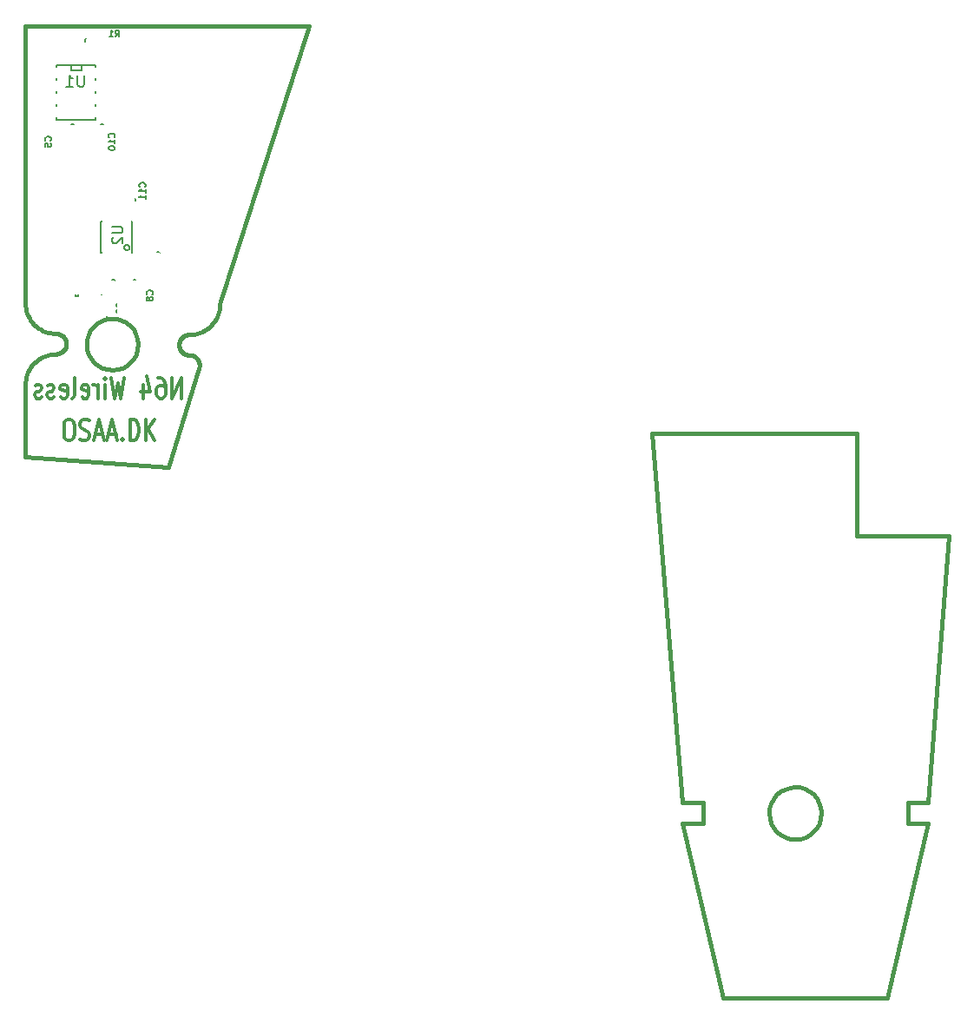
<source format=gbo>
G04 (created by PCBNEW-RS274X (2012-01-19 BZR 3256)-stable) date 21-08-2012 09:30:58*
G01*
G70*
G90*
%MOIN*%
G04 Gerber Fmt 3.4, Leading zero omitted, Abs format*
%FSLAX34Y34*%
G04 APERTURE LIST*
%ADD10C,0.006000*%
%ADD11C,0.015000*%
%ADD12C,0.012000*%
%ADD13C,0.005000*%
%ADD14R,0.065000X0.040000*%
%ADD15R,0.055000X0.075000*%
%ADD16R,0.075000X0.055000*%
%ADD17R,0.036000X0.070000*%
%ADD18R,0.080000X0.080000*%
%ADD19C,0.080000*%
G04 APERTURE END LIST*
G54D10*
G54D11*
X50237Y-35394D02*
X50235Y-35360D01*
X50231Y-35326D01*
X50223Y-35293D01*
X50213Y-35260D01*
X50200Y-35228D01*
X50184Y-35198D01*
X50165Y-35169D01*
X50144Y-35141D01*
X50121Y-35116D01*
X50096Y-35093D01*
X50068Y-35072D01*
X50040Y-35053D01*
X50009Y-35037D01*
X49977Y-35024D01*
X49944Y-35014D01*
X49911Y-35006D01*
X49877Y-35002D01*
X49843Y-35000D01*
X49449Y-34606D02*
X49451Y-34640D01*
X49455Y-34674D01*
X49463Y-34707D01*
X49473Y-34740D01*
X49486Y-34772D01*
X49502Y-34802D01*
X49521Y-34831D01*
X49542Y-34859D01*
X49565Y-34884D01*
X49590Y-34907D01*
X49618Y-34928D01*
X49647Y-34947D01*
X49677Y-34963D01*
X49709Y-34976D01*
X49742Y-34986D01*
X49775Y-34994D01*
X49809Y-34998D01*
X49843Y-35000D01*
X49843Y-34212D02*
X49809Y-34214D01*
X49775Y-34218D01*
X49742Y-34226D01*
X49709Y-34236D01*
X49677Y-34249D01*
X49647Y-34265D01*
X49618Y-34284D01*
X49590Y-34305D01*
X49565Y-34328D01*
X49542Y-34353D01*
X49521Y-34381D01*
X49502Y-34410D01*
X49486Y-34440D01*
X49473Y-34472D01*
X49463Y-34505D01*
X49455Y-34538D01*
X49451Y-34572D01*
X49449Y-34606D01*
X49843Y-34212D02*
X49945Y-34207D01*
X50048Y-34194D01*
X50148Y-34171D01*
X50246Y-34140D01*
X50342Y-34101D01*
X50433Y-34053D01*
X50520Y-33998D01*
X50602Y-33935D01*
X50678Y-33866D01*
X50747Y-33790D01*
X50810Y-33708D01*
X50865Y-33621D01*
X50913Y-33530D01*
X50952Y-33434D01*
X50983Y-33336D01*
X51006Y-33236D01*
X51019Y-33133D01*
X51024Y-33031D01*
X44724Y-34961D02*
X44622Y-34966D01*
X44519Y-34979D01*
X44419Y-35002D01*
X44321Y-35033D01*
X44225Y-35072D01*
X44134Y-35120D01*
X44047Y-35175D01*
X43965Y-35238D01*
X43889Y-35307D01*
X43820Y-35383D01*
X43757Y-35465D01*
X43702Y-35552D01*
X43654Y-35643D01*
X43615Y-35739D01*
X43584Y-35837D01*
X43561Y-35937D01*
X43548Y-36040D01*
X43543Y-36142D01*
X44724Y-34961D02*
X44758Y-34959D01*
X44792Y-34955D01*
X44825Y-34947D01*
X44858Y-34937D01*
X44890Y-34924D01*
X44921Y-34908D01*
X44949Y-34889D01*
X44977Y-34868D01*
X45002Y-34845D01*
X45025Y-34820D01*
X45046Y-34792D01*
X45065Y-34763D01*
X45081Y-34733D01*
X45094Y-34701D01*
X45104Y-34668D01*
X45112Y-34635D01*
X45116Y-34601D01*
X45118Y-34567D01*
X45118Y-34567D02*
X45116Y-34533D01*
X45112Y-34499D01*
X45104Y-34466D01*
X45094Y-34433D01*
X45081Y-34401D01*
X45065Y-34371D01*
X45046Y-34342D01*
X45025Y-34314D01*
X45002Y-34289D01*
X44977Y-34266D01*
X44949Y-34245D01*
X44921Y-34226D01*
X44890Y-34210D01*
X44858Y-34197D01*
X44825Y-34187D01*
X44792Y-34179D01*
X44758Y-34175D01*
X44724Y-34173D01*
X43543Y-32992D02*
X43548Y-33094D01*
X43561Y-33197D01*
X43584Y-33297D01*
X43615Y-33395D01*
X43654Y-33491D01*
X43702Y-33582D01*
X43757Y-33669D01*
X43820Y-33751D01*
X43889Y-33827D01*
X43965Y-33896D01*
X44047Y-33959D01*
X44134Y-34014D01*
X44225Y-34062D01*
X44321Y-34101D01*
X44419Y-34132D01*
X44519Y-34155D01*
X44622Y-34168D01*
X44724Y-34173D01*
G54D12*
X49531Y-36663D02*
X49531Y-35863D01*
X49188Y-36663D01*
X49188Y-35863D01*
X48645Y-35863D02*
X48759Y-35863D01*
X48816Y-35901D01*
X48845Y-35939D01*
X48902Y-36053D01*
X48931Y-36206D01*
X48931Y-36510D01*
X48902Y-36587D01*
X48874Y-36625D01*
X48816Y-36663D01*
X48702Y-36663D01*
X48645Y-36625D01*
X48616Y-36587D01*
X48588Y-36510D01*
X48588Y-36320D01*
X48616Y-36244D01*
X48645Y-36206D01*
X48702Y-36168D01*
X48816Y-36168D01*
X48874Y-36206D01*
X48902Y-36244D01*
X48931Y-36320D01*
X48074Y-36129D02*
X48074Y-36663D01*
X48217Y-35825D02*
X48360Y-36396D01*
X47988Y-36396D01*
X47360Y-35863D02*
X47217Y-36663D01*
X47103Y-36091D01*
X46989Y-36663D01*
X46846Y-35863D01*
X46617Y-36663D02*
X46617Y-36129D01*
X46617Y-35863D02*
X46646Y-35901D01*
X46617Y-35939D01*
X46589Y-35901D01*
X46617Y-35863D01*
X46617Y-35939D01*
X46331Y-36663D02*
X46331Y-36129D01*
X46331Y-36282D02*
X46303Y-36206D01*
X46274Y-36168D01*
X46217Y-36129D01*
X46160Y-36129D01*
X45732Y-36625D02*
X45789Y-36663D01*
X45903Y-36663D01*
X45960Y-36625D01*
X45989Y-36549D01*
X45989Y-36244D01*
X45960Y-36168D01*
X45903Y-36129D01*
X45789Y-36129D01*
X45732Y-36168D01*
X45703Y-36244D01*
X45703Y-36320D01*
X45989Y-36396D01*
X45360Y-36663D02*
X45418Y-36625D01*
X45446Y-36549D01*
X45446Y-35863D01*
X44904Y-36625D02*
X44961Y-36663D01*
X45075Y-36663D01*
X45132Y-36625D01*
X45161Y-36549D01*
X45161Y-36244D01*
X45132Y-36168D01*
X45075Y-36129D01*
X44961Y-36129D01*
X44904Y-36168D01*
X44875Y-36244D01*
X44875Y-36320D01*
X45161Y-36396D01*
X44647Y-36625D02*
X44590Y-36663D01*
X44475Y-36663D01*
X44418Y-36625D01*
X44390Y-36549D01*
X44390Y-36510D01*
X44418Y-36434D01*
X44475Y-36396D01*
X44561Y-36396D01*
X44618Y-36358D01*
X44647Y-36282D01*
X44647Y-36244D01*
X44618Y-36168D01*
X44561Y-36129D01*
X44475Y-36129D01*
X44418Y-36168D01*
X44161Y-36625D02*
X44104Y-36663D01*
X43989Y-36663D01*
X43932Y-36625D01*
X43904Y-36549D01*
X43904Y-36510D01*
X43932Y-36434D01*
X43989Y-36396D01*
X44075Y-36396D01*
X44132Y-36358D01*
X44161Y-36282D01*
X44161Y-36244D01*
X44132Y-36168D01*
X44075Y-36129D01*
X43989Y-36129D01*
X43932Y-36168D01*
X45172Y-37477D02*
X45286Y-37477D01*
X45344Y-37515D01*
X45401Y-37591D01*
X45429Y-37743D01*
X45429Y-38010D01*
X45401Y-38163D01*
X45344Y-38239D01*
X45286Y-38277D01*
X45172Y-38277D01*
X45115Y-38239D01*
X45058Y-38163D01*
X45029Y-38010D01*
X45029Y-37743D01*
X45058Y-37591D01*
X45115Y-37515D01*
X45172Y-37477D01*
X45658Y-38239D02*
X45744Y-38277D01*
X45887Y-38277D01*
X45944Y-38239D01*
X45973Y-38201D01*
X46001Y-38124D01*
X46001Y-38048D01*
X45973Y-37972D01*
X45944Y-37934D01*
X45887Y-37896D01*
X45773Y-37858D01*
X45715Y-37820D01*
X45687Y-37782D01*
X45658Y-37705D01*
X45658Y-37629D01*
X45687Y-37553D01*
X45715Y-37515D01*
X45773Y-37477D01*
X45915Y-37477D01*
X46001Y-37515D01*
X46229Y-38048D02*
X46515Y-38048D01*
X46172Y-38277D02*
X46372Y-37477D01*
X46572Y-38277D01*
X46743Y-38048D02*
X47029Y-38048D01*
X46686Y-38277D02*
X46886Y-37477D01*
X47086Y-38277D01*
X47286Y-38201D02*
X47314Y-38239D01*
X47286Y-38277D01*
X47257Y-38239D01*
X47286Y-38201D01*
X47286Y-38277D01*
X47572Y-38277D02*
X47572Y-37477D01*
X47715Y-37477D01*
X47800Y-37515D01*
X47858Y-37591D01*
X47886Y-37667D01*
X47915Y-37820D01*
X47915Y-37934D01*
X47886Y-38086D01*
X47858Y-38163D01*
X47800Y-38239D01*
X47715Y-38277D01*
X47572Y-38277D01*
X48172Y-38277D02*
X48172Y-37477D01*
X48515Y-38277D02*
X48258Y-37820D01*
X48515Y-37477D02*
X48172Y-37934D01*
G54D11*
X51024Y-33031D02*
X54449Y-22382D01*
X43543Y-32992D02*
X43543Y-22382D01*
X43543Y-22382D02*
X54449Y-22382D01*
X47878Y-34587D02*
X47859Y-34778D01*
X47803Y-34963D01*
X47712Y-35133D01*
X47591Y-35283D01*
X47442Y-35406D01*
X47272Y-35497D01*
X47088Y-35554D01*
X46896Y-35574D01*
X46705Y-35557D01*
X46520Y-35503D01*
X46350Y-35413D01*
X46199Y-35292D01*
X46075Y-35145D01*
X45982Y-34976D01*
X45924Y-34792D01*
X45903Y-34600D01*
X45919Y-34409D01*
X45972Y-34224D01*
X46060Y-34052D01*
X46180Y-33901D01*
X46327Y-33776D01*
X46495Y-33682D01*
X46678Y-33623D01*
X46870Y-33600D01*
X47061Y-33615D01*
X47247Y-33666D01*
X47419Y-33753D01*
X47571Y-33872D01*
X47697Y-34018D01*
X47792Y-34186D01*
X47853Y-34369D01*
X47877Y-34560D01*
X47878Y-34587D01*
X50236Y-35394D02*
X49055Y-39311D01*
X43543Y-38917D02*
X43543Y-36102D01*
X43543Y-38917D02*
X49055Y-39311D01*
X74112Y-52578D02*
X74092Y-52772D01*
X74036Y-52960D01*
X73944Y-53133D01*
X73820Y-53284D01*
X73669Y-53409D01*
X73497Y-53502D01*
X73310Y-53560D01*
X73116Y-53580D01*
X72922Y-53563D01*
X72734Y-53507D01*
X72560Y-53417D01*
X72408Y-53294D01*
X72282Y-53144D01*
X72188Y-52973D01*
X72128Y-52786D01*
X72107Y-52592D01*
X72123Y-52397D01*
X72177Y-52209D01*
X72266Y-52035D01*
X72388Y-51882D01*
X72537Y-51755D01*
X72708Y-51659D01*
X72894Y-51599D01*
X73088Y-51576D01*
X73283Y-51591D01*
X73471Y-51643D01*
X73646Y-51732D01*
X73800Y-51852D01*
X73928Y-52000D01*
X74025Y-52171D01*
X74087Y-52356D01*
X74111Y-52550D01*
X74112Y-52578D01*
X68778Y-52184D02*
X67597Y-38011D01*
X69566Y-52184D02*
X68778Y-52184D01*
X69566Y-52971D02*
X69566Y-52184D01*
X68778Y-52971D02*
X69566Y-52971D01*
X70353Y-59664D02*
X68778Y-52971D01*
X76653Y-59664D02*
X70353Y-59664D01*
X78227Y-52971D02*
X76653Y-59664D01*
X77440Y-52971D02*
X78227Y-52971D01*
X77440Y-52184D02*
X77440Y-52971D01*
X78227Y-52184D02*
X77440Y-52184D01*
X79015Y-41948D02*
X78227Y-52184D01*
X75471Y-41948D02*
X79015Y-41948D01*
X75471Y-38011D02*
X75471Y-41948D01*
X67597Y-38011D02*
X75471Y-38011D01*
G54D13*
X46194Y-23888D02*
X46244Y-23888D01*
X46244Y-23888D02*
X46244Y-25988D01*
X44744Y-25988D02*
X44744Y-23888D01*
X44744Y-23888D02*
X46194Y-23888D01*
X45294Y-23888D02*
X45294Y-24088D01*
X45294Y-24088D02*
X45694Y-24088D01*
X45694Y-24088D02*
X45694Y-23888D01*
X44744Y-25988D02*
X46244Y-25988D01*
X45935Y-22928D02*
X45934Y-22937D01*
X45931Y-22947D01*
X45926Y-22955D01*
X45920Y-22963D01*
X45912Y-22969D01*
X45904Y-22974D01*
X45895Y-22976D01*
X45885Y-22977D01*
X45876Y-22977D01*
X45867Y-22974D01*
X45858Y-22969D01*
X45851Y-22963D01*
X45844Y-22956D01*
X45840Y-22947D01*
X45837Y-22938D01*
X45836Y-22928D01*
X45836Y-22919D01*
X45839Y-22910D01*
X45843Y-22901D01*
X45850Y-22894D01*
X45857Y-22887D01*
X45865Y-22883D01*
X45875Y-22880D01*
X45884Y-22879D01*
X45893Y-22879D01*
X45903Y-22882D01*
X45911Y-22886D01*
X45919Y-22892D01*
X45925Y-22900D01*
X45930Y-22908D01*
X45933Y-22917D01*
X45934Y-22927D01*
X45935Y-22928D01*
X46335Y-22928D02*
X45935Y-22928D01*
X45935Y-22928D02*
X45935Y-23528D01*
X45935Y-23528D02*
X46335Y-23528D01*
X46735Y-23528D02*
X47135Y-23528D01*
X47135Y-23528D02*
X47135Y-22928D01*
X47135Y-22928D02*
X46735Y-22928D01*
X48697Y-31082D02*
X48696Y-31091D01*
X48693Y-31101D01*
X48688Y-31109D01*
X48682Y-31117D01*
X48674Y-31123D01*
X48666Y-31128D01*
X48657Y-31130D01*
X48647Y-31131D01*
X48638Y-31131D01*
X48629Y-31128D01*
X48620Y-31123D01*
X48613Y-31117D01*
X48606Y-31110D01*
X48602Y-31101D01*
X48599Y-31092D01*
X48598Y-31082D01*
X48598Y-31073D01*
X48601Y-31064D01*
X48605Y-31055D01*
X48612Y-31048D01*
X48619Y-31041D01*
X48627Y-31037D01*
X48637Y-31034D01*
X48646Y-31033D01*
X48655Y-31033D01*
X48665Y-31036D01*
X48673Y-31040D01*
X48681Y-31046D01*
X48687Y-31054D01*
X48692Y-31062D01*
X48695Y-31071D01*
X48696Y-31081D01*
X48697Y-31082D01*
X48647Y-31532D02*
X48647Y-31132D01*
X48647Y-31132D02*
X48047Y-31132D01*
X48047Y-31132D02*
X48047Y-31532D01*
X48047Y-31932D02*
X48047Y-32332D01*
X48047Y-32332D02*
X48647Y-32332D01*
X48647Y-32332D02*
X48647Y-31932D01*
X47791Y-32145D02*
X47790Y-32154D01*
X47787Y-32164D01*
X47782Y-32172D01*
X47776Y-32180D01*
X47768Y-32186D01*
X47760Y-32191D01*
X47751Y-32193D01*
X47741Y-32194D01*
X47732Y-32194D01*
X47723Y-32191D01*
X47714Y-32186D01*
X47707Y-32180D01*
X47700Y-32173D01*
X47696Y-32164D01*
X47693Y-32155D01*
X47692Y-32145D01*
X47692Y-32136D01*
X47695Y-32127D01*
X47699Y-32118D01*
X47706Y-32111D01*
X47713Y-32104D01*
X47721Y-32100D01*
X47731Y-32097D01*
X47740Y-32096D01*
X47749Y-32096D01*
X47759Y-32099D01*
X47767Y-32103D01*
X47775Y-32109D01*
X47781Y-32117D01*
X47786Y-32125D01*
X47789Y-32134D01*
X47790Y-32144D01*
X47791Y-32145D01*
X47741Y-32595D02*
X47741Y-32195D01*
X47741Y-32195D02*
X47141Y-32195D01*
X47141Y-32195D02*
X47141Y-32595D01*
X47141Y-32995D02*
X47141Y-33395D01*
X47141Y-33395D02*
X47741Y-33395D01*
X47741Y-33395D02*
X47741Y-32995D01*
X45411Y-26178D02*
X45410Y-26187D01*
X45407Y-26197D01*
X45402Y-26205D01*
X45396Y-26213D01*
X45388Y-26219D01*
X45380Y-26224D01*
X45371Y-26226D01*
X45361Y-26227D01*
X45352Y-26227D01*
X45343Y-26224D01*
X45334Y-26219D01*
X45327Y-26213D01*
X45320Y-26206D01*
X45316Y-26197D01*
X45313Y-26188D01*
X45312Y-26178D01*
X45312Y-26169D01*
X45315Y-26160D01*
X45319Y-26151D01*
X45326Y-26144D01*
X45333Y-26137D01*
X45341Y-26133D01*
X45351Y-26130D01*
X45360Y-26129D01*
X45369Y-26129D01*
X45379Y-26132D01*
X45387Y-26136D01*
X45395Y-26142D01*
X45401Y-26150D01*
X45406Y-26158D01*
X45409Y-26167D01*
X45410Y-26177D01*
X45411Y-26178D01*
X45361Y-26628D02*
X45361Y-26228D01*
X45361Y-26228D02*
X44761Y-26228D01*
X44761Y-26228D02*
X44761Y-26628D01*
X44761Y-27028D02*
X44761Y-27428D01*
X44761Y-27428D02*
X45361Y-27428D01*
X45361Y-27428D02*
X45361Y-27028D01*
X46964Y-32145D02*
X46963Y-32154D01*
X46960Y-32164D01*
X46955Y-32172D01*
X46949Y-32180D01*
X46941Y-32186D01*
X46933Y-32191D01*
X46924Y-32193D01*
X46914Y-32194D01*
X46905Y-32194D01*
X46896Y-32191D01*
X46887Y-32186D01*
X46880Y-32180D01*
X46873Y-32173D01*
X46869Y-32164D01*
X46866Y-32155D01*
X46865Y-32145D01*
X46865Y-32136D01*
X46868Y-32127D01*
X46872Y-32118D01*
X46879Y-32111D01*
X46886Y-32104D01*
X46894Y-32100D01*
X46904Y-32097D01*
X46913Y-32096D01*
X46922Y-32096D01*
X46932Y-32099D01*
X46940Y-32103D01*
X46948Y-32109D01*
X46954Y-32117D01*
X46959Y-32125D01*
X46962Y-32134D01*
X46963Y-32144D01*
X46964Y-32145D01*
X46914Y-32595D02*
X46914Y-32195D01*
X46914Y-32195D02*
X46314Y-32195D01*
X46314Y-32195D02*
X46314Y-32595D01*
X46314Y-32995D02*
X46314Y-33395D01*
X46314Y-33395D02*
X46914Y-33395D01*
X46914Y-33395D02*
X46914Y-32995D01*
X46552Y-26178D02*
X46551Y-26187D01*
X46548Y-26197D01*
X46543Y-26205D01*
X46537Y-26213D01*
X46529Y-26219D01*
X46521Y-26224D01*
X46512Y-26226D01*
X46502Y-26227D01*
X46493Y-26227D01*
X46484Y-26224D01*
X46475Y-26219D01*
X46468Y-26213D01*
X46461Y-26206D01*
X46457Y-26197D01*
X46454Y-26188D01*
X46453Y-26178D01*
X46453Y-26169D01*
X46456Y-26160D01*
X46460Y-26151D01*
X46467Y-26144D01*
X46474Y-26137D01*
X46482Y-26133D01*
X46492Y-26130D01*
X46501Y-26129D01*
X46510Y-26129D01*
X46520Y-26132D01*
X46528Y-26136D01*
X46536Y-26142D01*
X46542Y-26150D01*
X46547Y-26158D01*
X46550Y-26167D01*
X46551Y-26177D01*
X46552Y-26178D01*
X46502Y-26628D02*
X46502Y-26228D01*
X46502Y-26228D02*
X45902Y-26228D01*
X45902Y-26228D02*
X45902Y-26628D01*
X45902Y-27028D02*
X45902Y-27428D01*
X45902Y-27428D02*
X46502Y-27428D01*
X46502Y-27428D02*
X46502Y-27028D01*
X47787Y-29040D02*
X47786Y-29049D01*
X47783Y-29059D01*
X47778Y-29067D01*
X47772Y-29075D01*
X47764Y-29081D01*
X47756Y-29086D01*
X47747Y-29088D01*
X47737Y-29089D01*
X47728Y-29089D01*
X47719Y-29086D01*
X47710Y-29081D01*
X47703Y-29075D01*
X47696Y-29068D01*
X47692Y-29059D01*
X47689Y-29050D01*
X47688Y-29040D01*
X47688Y-29031D01*
X47691Y-29022D01*
X47695Y-29013D01*
X47702Y-29006D01*
X47709Y-28999D01*
X47717Y-28995D01*
X47727Y-28992D01*
X47736Y-28991D01*
X47745Y-28991D01*
X47755Y-28994D01*
X47763Y-28998D01*
X47771Y-29004D01*
X47777Y-29012D01*
X47782Y-29020D01*
X47785Y-29029D01*
X47786Y-29039D01*
X47787Y-29040D01*
X47287Y-29040D02*
X47687Y-29040D01*
X47687Y-29040D02*
X47687Y-28440D01*
X47687Y-28440D02*
X47287Y-28440D01*
X46887Y-28440D02*
X46487Y-28440D01*
X46487Y-28440D02*
X46487Y-29040D01*
X46487Y-29040D02*
X46887Y-29040D01*
X45577Y-32697D02*
X45576Y-32706D01*
X45573Y-32716D01*
X45568Y-32724D01*
X45562Y-32732D01*
X45554Y-32738D01*
X45546Y-32743D01*
X45537Y-32745D01*
X45527Y-32746D01*
X45518Y-32746D01*
X45509Y-32743D01*
X45500Y-32738D01*
X45493Y-32732D01*
X45486Y-32725D01*
X45482Y-32716D01*
X45479Y-32707D01*
X45478Y-32697D01*
X45478Y-32688D01*
X45481Y-32679D01*
X45485Y-32670D01*
X45492Y-32663D01*
X45499Y-32656D01*
X45507Y-32652D01*
X45517Y-32649D01*
X45526Y-32648D01*
X45535Y-32648D01*
X45545Y-32651D01*
X45553Y-32655D01*
X45561Y-32661D01*
X45567Y-32669D01*
X45572Y-32677D01*
X45575Y-32686D01*
X45576Y-32696D01*
X45577Y-32697D01*
X45527Y-32247D02*
X45527Y-32647D01*
X45527Y-32647D02*
X46127Y-32647D01*
X46127Y-32647D02*
X46127Y-32247D01*
X46127Y-31847D02*
X46127Y-31447D01*
X46127Y-31447D02*
X45527Y-31447D01*
X45527Y-31447D02*
X45527Y-31847D01*
G54D10*
X47548Y-30872D02*
X47546Y-30891D01*
X47540Y-30910D01*
X47531Y-30927D01*
X47518Y-30942D01*
X47503Y-30954D01*
X47486Y-30964D01*
X47468Y-30969D01*
X47448Y-30971D01*
X47430Y-30970D01*
X47411Y-30964D01*
X47394Y-30955D01*
X47379Y-30943D01*
X47366Y-30928D01*
X47357Y-30911D01*
X47351Y-30892D01*
X47349Y-30873D01*
X47350Y-30854D01*
X47356Y-30836D01*
X47364Y-30818D01*
X47377Y-30803D01*
X47391Y-30790D01*
X47408Y-30781D01*
X47427Y-30775D01*
X47446Y-30773D01*
X47465Y-30774D01*
X47484Y-30779D01*
X47501Y-30788D01*
X47516Y-30800D01*
X47529Y-30815D01*
X47539Y-30832D01*
X47545Y-30850D01*
X47547Y-30870D01*
X47548Y-30872D01*
X46448Y-31072D02*
X47648Y-31072D01*
X47648Y-31072D02*
X47648Y-29872D01*
X47648Y-29872D02*
X46448Y-29872D01*
X46448Y-29872D02*
X46448Y-31072D01*
X45815Y-24260D02*
X45815Y-24624D01*
X45793Y-24667D01*
X45772Y-24689D01*
X45729Y-24710D01*
X45643Y-24710D01*
X45601Y-24689D01*
X45579Y-24667D01*
X45558Y-24624D01*
X45558Y-24260D01*
X45108Y-24710D02*
X45365Y-24710D01*
X45237Y-24710D02*
X45237Y-24260D01*
X45280Y-24324D01*
X45322Y-24367D01*
X45365Y-24389D01*
G54D13*
X47011Y-22778D02*
X47094Y-22659D01*
X47153Y-22778D02*
X47153Y-22528D01*
X47058Y-22528D01*
X47034Y-22540D01*
X47023Y-22552D01*
X47011Y-22576D01*
X47011Y-22612D01*
X47023Y-22635D01*
X47034Y-22647D01*
X47058Y-22659D01*
X47153Y-22659D01*
X46773Y-22778D02*
X46915Y-22778D01*
X46844Y-22778D02*
X46844Y-22528D01*
X46868Y-22564D01*
X46892Y-22588D01*
X46915Y-22600D01*
X48423Y-32675D02*
X48435Y-32663D01*
X48447Y-32628D01*
X48447Y-32604D01*
X48435Y-32568D01*
X48411Y-32544D01*
X48388Y-32533D01*
X48340Y-32521D01*
X48304Y-32521D01*
X48257Y-32533D01*
X48233Y-32544D01*
X48209Y-32568D01*
X48197Y-32604D01*
X48197Y-32628D01*
X48209Y-32663D01*
X48221Y-32675D01*
X48304Y-32818D02*
X48292Y-32794D01*
X48281Y-32783D01*
X48257Y-32771D01*
X48245Y-32771D01*
X48221Y-32783D01*
X48209Y-32794D01*
X48197Y-32818D01*
X48197Y-32866D01*
X48209Y-32890D01*
X48221Y-32902D01*
X48245Y-32913D01*
X48257Y-32913D01*
X48281Y-32902D01*
X48292Y-32890D01*
X48304Y-32866D01*
X48304Y-32818D01*
X48316Y-32794D01*
X48328Y-32783D01*
X48352Y-32771D01*
X48400Y-32771D01*
X48423Y-32783D01*
X48435Y-32794D01*
X48447Y-32818D01*
X48447Y-32866D01*
X48435Y-32890D01*
X48423Y-32902D01*
X48400Y-32913D01*
X48352Y-32913D01*
X48328Y-32902D01*
X48316Y-32890D01*
X48304Y-32866D01*
X46889Y-33423D02*
X46901Y-33411D01*
X46913Y-33376D01*
X46913Y-33352D01*
X46901Y-33316D01*
X46877Y-33292D01*
X46854Y-33281D01*
X46806Y-33269D01*
X46770Y-33269D01*
X46723Y-33281D01*
X46699Y-33292D01*
X46675Y-33316D01*
X46663Y-33352D01*
X46663Y-33376D01*
X46675Y-33411D01*
X46687Y-33423D01*
X46663Y-33507D02*
X46663Y-33673D01*
X46913Y-33566D01*
X44526Y-26769D02*
X44538Y-26757D01*
X44550Y-26722D01*
X44550Y-26698D01*
X44538Y-26662D01*
X44514Y-26638D01*
X44491Y-26627D01*
X44443Y-26615D01*
X44407Y-26615D01*
X44360Y-26627D01*
X44336Y-26638D01*
X44312Y-26662D01*
X44300Y-26698D01*
X44300Y-26722D01*
X44312Y-26757D01*
X44324Y-26769D01*
X44300Y-26996D02*
X44300Y-26877D01*
X44419Y-26865D01*
X44407Y-26877D01*
X44395Y-26900D01*
X44395Y-26960D01*
X44407Y-26984D01*
X44419Y-26996D01*
X44443Y-27007D01*
X44503Y-27007D01*
X44526Y-26996D01*
X44538Y-26984D01*
X44550Y-26960D01*
X44550Y-26900D01*
X44538Y-26877D01*
X44526Y-26865D01*
X47282Y-33147D02*
X47294Y-33135D01*
X47306Y-33100D01*
X47306Y-33076D01*
X47294Y-33040D01*
X47270Y-33016D01*
X47247Y-33005D01*
X47199Y-32993D01*
X47163Y-32993D01*
X47116Y-33005D01*
X47092Y-33016D01*
X47068Y-33040D01*
X47056Y-33076D01*
X47056Y-33100D01*
X47068Y-33135D01*
X47080Y-33147D01*
X47306Y-33266D02*
X47306Y-33314D01*
X47294Y-33338D01*
X47282Y-33350D01*
X47247Y-33374D01*
X47199Y-33385D01*
X47104Y-33385D01*
X47080Y-33374D01*
X47068Y-33362D01*
X47056Y-33338D01*
X47056Y-33290D01*
X47068Y-33266D01*
X47080Y-33255D01*
X47104Y-33243D01*
X47163Y-33243D01*
X47187Y-33255D01*
X47199Y-33266D01*
X47211Y-33290D01*
X47211Y-33338D01*
X47199Y-33362D01*
X47187Y-33374D01*
X47163Y-33385D01*
X46967Y-26650D02*
X46979Y-26638D01*
X46991Y-26603D01*
X46991Y-26579D01*
X46979Y-26543D01*
X46955Y-26519D01*
X46932Y-26508D01*
X46884Y-26496D01*
X46848Y-26496D01*
X46801Y-26508D01*
X46777Y-26519D01*
X46753Y-26543D01*
X46741Y-26579D01*
X46741Y-26603D01*
X46753Y-26638D01*
X46765Y-26650D01*
X46991Y-26888D02*
X46991Y-26746D01*
X46991Y-26817D02*
X46741Y-26817D01*
X46777Y-26793D01*
X46801Y-26769D01*
X46813Y-26746D01*
X46741Y-27043D02*
X46741Y-27067D01*
X46753Y-27091D01*
X46765Y-27103D01*
X46789Y-27115D01*
X46836Y-27126D01*
X46896Y-27126D01*
X46944Y-27115D01*
X46967Y-27103D01*
X46979Y-27091D01*
X46991Y-27067D01*
X46991Y-27043D01*
X46979Y-27019D01*
X46967Y-27007D01*
X46944Y-26996D01*
X46896Y-26984D01*
X46836Y-26984D01*
X46789Y-26996D01*
X46765Y-27007D01*
X46753Y-27019D01*
X46741Y-27043D01*
X48148Y-28539D02*
X48160Y-28527D01*
X48172Y-28492D01*
X48172Y-28468D01*
X48160Y-28432D01*
X48136Y-28408D01*
X48113Y-28397D01*
X48065Y-28385D01*
X48029Y-28385D01*
X47982Y-28397D01*
X47958Y-28408D01*
X47934Y-28432D01*
X47922Y-28468D01*
X47922Y-28492D01*
X47934Y-28527D01*
X47946Y-28539D01*
X48172Y-28777D02*
X48172Y-28635D01*
X48172Y-28706D02*
X47922Y-28706D01*
X47958Y-28682D01*
X47982Y-28658D01*
X47994Y-28635D01*
X48172Y-29015D02*
X48172Y-28873D01*
X48172Y-28944D02*
X47922Y-28944D01*
X47958Y-28920D01*
X47982Y-28896D01*
X47994Y-28873D01*
X46558Y-32438D02*
X46439Y-32355D01*
X46558Y-32296D02*
X46308Y-32296D01*
X46308Y-32391D01*
X46320Y-32415D01*
X46332Y-32426D01*
X46356Y-32438D01*
X46392Y-32438D01*
X46415Y-32426D01*
X46427Y-32415D01*
X46439Y-32391D01*
X46439Y-32296D01*
X46392Y-32653D02*
X46558Y-32653D01*
X46296Y-32593D02*
X46475Y-32534D01*
X46475Y-32688D01*
G54D10*
X46888Y-30088D02*
X47212Y-30088D01*
X47250Y-30107D01*
X47269Y-30126D01*
X47288Y-30164D01*
X47288Y-30241D01*
X47269Y-30279D01*
X47250Y-30298D01*
X47212Y-30317D01*
X46888Y-30317D01*
X46926Y-30488D02*
X46907Y-30507D01*
X46888Y-30545D01*
X46888Y-30641D01*
X46907Y-30679D01*
X46926Y-30698D01*
X46964Y-30717D01*
X47002Y-30717D01*
X47059Y-30698D01*
X47288Y-30469D01*
X47288Y-30717D01*
%LPC*%
G54D14*
X44444Y-24188D03*
X46544Y-24188D03*
X44444Y-24688D03*
X44444Y-25188D03*
X44444Y-25688D03*
X46544Y-24688D03*
X46544Y-25188D03*
X46544Y-25688D03*
G54D15*
X46160Y-23228D03*
X46910Y-23228D03*
G54D16*
X48347Y-31357D03*
X48347Y-32107D03*
X47441Y-32420D03*
X47441Y-33170D03*
X45061Y-26453D03*
X45061Y-27203D03*
X46614Y-32420D03*
X46614Y-33170D03*
X46202Y-26453D03*
X46202Y-27203D03*
G54D15*
X47462Y-28740D03*
X46712Y-28740D03*
G54D16*
X45827Y-32422D03*
X45827Y-31672D03*
G54D17*
X47433Y-31347D03*
X47178Y-31347D03*
X46918Y-31347D03*
X46663Y-31347D03*
X46663Y-29597D03*
X46918Y-29597D03*
X47178Y-29597D03*
X47433Y-29597D03*
G54D18*
X44303Y-23189D03*
G54D19*
X45303Y-23189D03*
G54D18*
X51339Y-26520D03*
G54D19*
X51339Y-27520D03*
X51339Y-28520D03*
G54D18*
X49961Y-28520D03*
G54D19*
X49961Y-27520D03*
X49961Y-26520D03*
G54D18*
X47795Y-24201D03*
G54D19*
X47795Y-23201D03*
G54D18*
X48945Y-24201D03*
G54D19*
X48945Y-23201D03*
X49945Y-24201D03*
X49945Y-23201D03*
X50945Y-24201D03*
X50945Y-23201D03*
X51945Y-24201D03*
X51945Y-23201D03*
X52945Y-24201D03*
X52945Y-23201D03*
M02*

</source>
